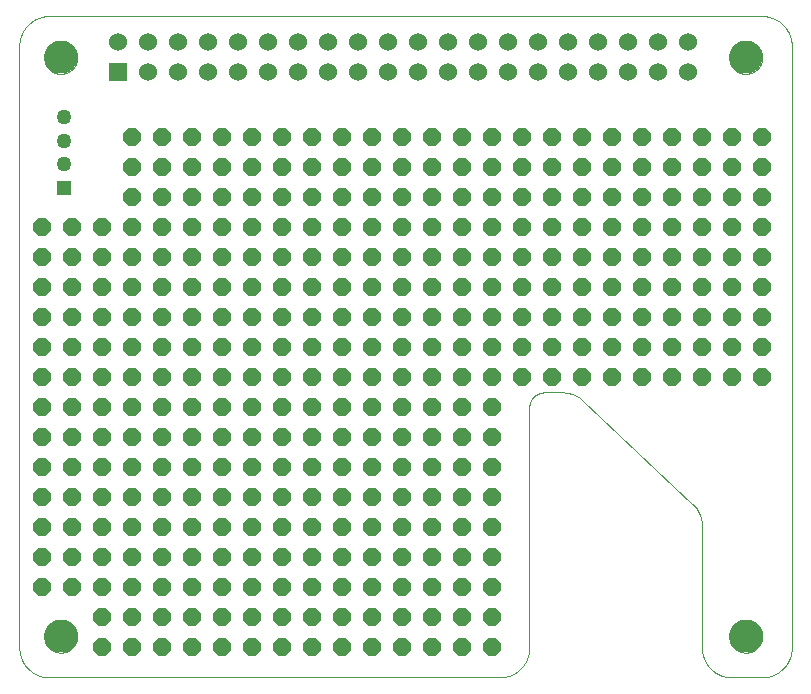
<source format=gts>
G75*
%MOIN*%
%OFA0B0*%
%FSLAX25Y25*%
%IPPOS*%
%LPD*%
%AMOC8*
5,1,8,0,0,1.08239X$1,22.5*
%
%ADD10C,0.00000*%
%ADD11C,0.11024*%
%ADD12R,0.06000X0.06000*%
%ADD13C,0.06000*%
%ADD14OC8,0.06000*%
%ADD15R,0.05000X0.05000*%
%ADD16C,0.05000*%
D10*
X0015000Y0022600D02*
X0165000Y0022600D01*
X0165242Y0022603D01*
X0165483Y0022612D01*
X0165724Y0022626D01*
X0165965Y0022647D01*
X0166205Y0022673D01*
X0166445Y0022705D01*
X0166684Y0022743D01*
X0166921Y0022786D01*
X0167158Y0022836D01*
X0167393Y0022891D01*
X0167627Y0022951D01*
X0167859Y0023018D01*
X0168090Y0023089D01*
X0168319Y0023167D01*
X0168546Y0023250D01*
X0168771Y0023338D01*
X0168994Y0023432D01*
X0169214Y0023531D01*
X0169432Y0023636D01*
X0169647Y0023745D01*
X0169860Y0023860D01*
X0170070Y0023980D01*
X0170276Y0024105D01*
X0170480Y0024235D01*
X0170681Y0024370D01*
X0170878Y0024510D01*
X0171072Y0024654D01*
X0171262Y0024803D01*
X0171448Y0024957D01*
X0171631Y0025115D01*
X0171810Y0025277D01*
X0171985Y0025444D01*
X0172156Y0025615D01*
X0172323Y0025790D01*
X0172485Y0025969D01*
X0172643Y0026152D01*
X0172797Y0026338D01*
X0172946Y0026528D01*
X0173090Y0026722D01*
X0173230Y0026919D01*
X0173365Y0027120D01*
X0173495Y0027324D01*
X0173620Y0027530D01*
X0173740Y0027740D01*
X0173855Y0027953D01*
X0173964Y0028168D01*
X0174069Y0028386D01*
X0174168Y0028606D01*
X0174262Y0028829D01*
X0174350Y0029054D01*
X0174433Y0029281D01*
X0174511Y0029510D01*
X0174582Y0029741D01*
X0174649Y0029973D01*
X0174709Y0030207D01*
X0174764Y0030442D01*
X0174814Y0030679D01*
X0174857Y0030916D01*
X0174895Y0031155D01*
X0174927Y0031395D01*
X0174953Y0031635D01*
X0174974Y0031876D01*
X0174988Y0032117D01*
X0174997Y0032358D01*
X0175000Y0032600D01*
X0175000Y0112600D01*
X0175002Y0112740D01*
X0175008Y0112880D01*
X0175018Y0113020D01*
X0175031Y0113160D01*
X0175049Y0113299D01*
X0175071Y0113438D01*
X0175096Y0113575D01*
X0175125Y0113713D01*
X0175158Y0113849D01*
X0175195Y0113984D01*
X0175236Y0114118D01*
X0175281Y0114251D01*
X0175329Y0114383D01*
X0175381Y0114513D01*
X0175436Y0114642D01*
X0175495Y0114769D01*
X0175558Y0114895D01*
X0175624Y0115019D01*
X0175693Y0115140D01*
X0175766Y0115260D01*
X0175843Y0115378D01*
X0175922Y0115493D01*
X0176005Y0115607D01*
X0176091Y0115717D01*
X0176180Y0115826D01*
X0176272Y0115932D01*
X0176367Y0116035D01*
X0176464Y0116136D01*
X0176565Y0116233D01*
X0176668Y0116328D01*
X0176774Y0116420D01*
X0176883Y0116509D01*
X0176993Y0116595D01*
X0177107Y0116678D01*
X0177222Y0116757D01*
X0177340Y0116834D01*
X0177460Y0116907D01*
X0177581Y0116976D01*
X0177705Y0117042D01*
X0177831Y0117105D01*
X0177958Y0117164D01*
X0178087Y0117219D01*
X0178217Y0117271D01*
X0178349Y0117319D01*
X0178482Y0117364D01*
X0178616Y0117405D01*
X0178751Y0117442D01*
X0178887Y0117475D01*
X0179025Y0117504D01*
X0179162Y0117529D01*
X0179301Y0117551D01*
X0179440Y0117569D01*
X0179580Y0117582D01*
X0179720Y0117592D01*
X0179860Y0117598D01*
X0180000Y0117600D01*
X0186034Y0117600D01*
X0192888Y0114882D02*
X0229354Y0080561D01*
X0232500Y0073279D02*
X0232500Y0032600D01*
X0232503Y0032358D01*
X0232512Y0032117D01*
X0232526Y0031876D01*
X0232547Y0031635D01*
X0232573Y0031395D01*
X0232605Y0031155D01*
X0232643Y0030916D01*
X0232686Y0030679D01*
X0232736Y0030442D01*
X0232791Y0030207D01*
X0232851Y0029973D01*
X0232918Y0029741D01*
X0232989Y0029510D01*
X0233067Y0029281D01*
X0233150Y0029054D01*
X0233238Y0028829D01*
X0233332Y0028606D01*
X0233431Y0028386D01*
X0233536Y0028168D01*
X0233645Y0027953D01*
X0233760Y0027740D01*
X0233880Y0027530D01*
X0234005Y0027324D01*
X0234135Y0027120D01*
X0234270Y0026919D01*
X0234410Y0026722D01*
X0234554Y0026528D01*
X0234703Y0026338D01*
X0234857Y0026152D01*
X0235015Y0025969D01*
X0235177Y0025790D01*
X0235344Y0025615D01*
X0235515Y0025444D01*
X0235690Y0025277D01*
X0235869Y0025115D01*
X0236052Y0024957D01*
X0236238Y0024803D01*
X0236428Y0024654D01*
X0236622Y0024510D01*
X0236819Y0024370D01*
X0237020Y0024235D01*
X0237224Y0024105D01*
X0237430Y0023980D01*
X0237640Y0023860D01*
X0237853Y0023745D01*
X0238068Y0023636D01*
X0238286Y0023531D01*
X0238506Y0023432D01*
X0238729Y0023338D01*
X0238954Y0023250D01*
X0239181Y0023167D01*
X0239410Y0023089D01*
X0239641Y0023018D01*
X0239873Y0022951D01*
X0240107Y0022891D01*
X0240342Y0022836D01*
X0240579Y0022786D01*
X0240816Y0022743D01*
X0241055Y0022705D01*
X0241295Y0022673D01*
X0241535Y0022647D01*
X0241776Y0022626D01*
X0242017Y0022612D01*
X0242258Y0022603D01*
X0242500Y0022600D01*
X0252421Y0022600D01*
X0252422Y0022600D02*
X0252664Y0022602D01*
X0252907Y0022610D01*
X0253149Y0022624D01*
X0253391Y0022643D01*
X0253632Y0022669D01*
X0253873Y0022700D01*
X0254112Y0022737D01*
X0254351Y0022780D01*
X0254589Y0022828D01*
X0254825Y0022882D01*
X0255060Y0022942D01*
X0255294Y0023008D01*
X0255526Y0023079D01*
X0255756Y0023156D01*
X0255984Y0023238D01*
X0256210Y0023326D01*
X0256434Y0023420D01*
X0256656Y0023518D01*
X0256875Y0023622D01*
X0257091Y0023732D01*
X0257305Y0023846D01*
X0257516Y0023966D01*
X0257724Y0024090D01*
X0257930Y0024220D01*
X0258131Y0024355D01*
X0258330Y0024494D01*
X0258525Y0024638D01*
X0258717Y0024787D01*
X0258904Y0024941D01*
X0259089Y0025099D01*
X0259269Y0025261D01*
X0259445Y0025428D01*
X0259617Y0025599D01*
X0259785Y0025774D01*
X0259949Y0025952D01*
X0260109Y0026135D01*
X0260263Y0026322D01*
X0260414Y0026512D01*
X0260560Y0026706D01*
X0260701Y0026904D01*
X0260837Y0027105D01*
X0260968Y0027309D01*
X0261094Y0027516D01*
X0261216Y0027726D01*
X0261332Y0027939D01*
X0261443Y0028155D01*
X0261548Y0028373D01*
X0261649Y0028594D01*
X0261744Y0028817D01*
X0261834Y0029042D01*
X0261918Y0029270D01*
X0261996Y0029499D01*
X0262069Y0029731D01*
X0262137Y0029964D01*
X0262199Y0030198D01*
X0262255Y0030434D01*
X0262305Y0030672D01*
X0262350Y0030910D01*
X0262389Y0031150D01*
X0262422Y0031390D01*
X0262449Y0031631D01*
X0262471Y0031873D01*
X0262486Y0032115D01*
X0262496Y0032357D01*
X0262500Y0032600D01*
X0262500Y0233100D01*
X0262496Y0233346D01*
X0262485Y0233592D01*
X0262469Y0233838D01*
X0262446Y0234083D01*
X0262418Y0234327D01*
X0262384Y0234571D01*
X0262343Y0234813D01*
X0262297Y0235055D01*
X0262245Y0235296D01*
X0262186Y0235535D01*
X0262123Y0235772D01*
X0262053Y0236008D01*
X0261977Y0236242D01*
X0261896Y0236475D01*
X0261809Y0236705D01*
X0261716Y0236933D01*
X0261618Y0237158D01*
X0261515Y0237382D01*
X0261405Y0237602D01*
X0261291Y0237820D01*
X0261171Y0238035D01*
X0261046Y0238247D01*
X0260916Y0238456D01*
X0260781Y0238661D01*
X0260640Y0238863D01*
X0260495Y0239062D01*
X0260345Y0239257D01*
X0260190Y0239448D01*
X0260031Y0239636D01*
X0259867Y0239819D01*
X0259699Y0239999D01*
X0259526Y0240174D01*
X0259349Y0240345D01*
X0259168Y0240511D01*
X0258982Y0240673D01*
X0258793Y0240831D01*
X0258600Y0240984D01*
X0258404Y0241132D01*
X0258204Y0241275D01*
X0258000Y0241413D01*
X0257793Y0241546D01*
X0257583Y0241674D01*
X0257369Y0241797D01*
X0257153Y0241914D01*
X0256934Y0242026D01*
X0256713Y0242133D01*
X0256488Y0242234D01*
X0256262Y0242330D01*
X0256033Y0242420D01*
X0255802Y0242505D01*
X0255568Y0242584D01*
X0255333Y0242657D01*
X0255097Y0242724D01*
X0254859Y0242785D01*
X0254619Y0242841D01*
X0254378Y0242891D01*
X0254136Y0242934D01*
X0253893Y0242972D01*
X0253649Y0243004D01*
X0253404Y0243030D01*
X0253159Y0243050D01*
X0252913Y0243063D01*
X0252667Y0243071D01*
X0252421Y0243073D01*
X0252421Y0243072D02*
X0015000Y0243072D01*
X0014758Y0243069D01*
X0014517Y0243060D01*
X0014276Y0243046D01*
X0014035Y0243025D01*
X0013795Y0242999D01*
X0013555Y0242967D01*
X0013316Y0242929D01*
X0013079Y0242886D01*
X0012842Y0242836D01*
X0012607Y0242781D01*
X0012373Y0242721D01*
X0012141Y0242654D01*
X0011910Y0242583D01*
X0011681Y0242505D01*
X0011454Y0242422D01*
X0011229Y0242334D01*
X0011006Y0242240D01*
X0010786Y0242141D01*
X0010568Y0242036D01*
X0010353Y0241927D01*
X0010140Y0241812D01*
X0009930Y0241692D01*
X0009724Y0241567D01*
X0009520Y0241437D01*
X0009319Y0241302D01*
X0009122Y0241162D01*
X0008928Y0241018D01*
X0008738Y0240869D01*
X0008552Y0240715D01*
X0008369Y0240557D01*
X0008190Y0240395D01*
X0008015Y0240228D01*
X0007844Y0240057D01*
X0007677Y0239882D01*
X0007515Y0239703D01*
X0007357Y0239520D01*
X0007203Y0239334D01*
X0007054Y0239144D01*
X0006910Y0238950D01*
X0006770Y0238753D01*
X0006635Y0238552D01*
X0006505Y0238348D01*
X0006380Y0238142D01*
X0006260Y0237932D01*
X0006145Y0237719D01*
X0006036Y0237504D01*
X0005931Y0237286D01*
X0005832Y0237066D01*
X0005738Y0236843D01*
X0005650Y0236618D01*
X0005567Y0236391D01*
X0005489Y0236162D01*
X0005418Y0235931D01*
X0005351Y0235699D01*
X0005291Y0235465D01*
X0005236Y0235230D01*
X0005186Y0234993D01*
X0005143Y0234756D01*
X0005105Y0234517D01*
X0005073Y0234277D01*
X0005047Y0234037D01*
X0005026Y0233796D01*
X0005012Y0233555D01*
X0005003Y0233314D01*
X0005000Y0233072D01*
X0005000Y0032600D01*
X0005003Y0032358D01*
X0005012Y0032117D01*
X0005026Y0031876D01*
X0005047Y0031635D01*
X0005073Y0031395D01*
X0005105Y0031155D01*
X0005143Y0030916D01*
X0005186Y0030679D01*
X0005236Y0030442D01*
X0005291Y0030207D01*
X0005351Y0029973D01*
X0005418Y0029741D01*
X0005489Y0029510D01*
X0005567Y0029281D01*
X0005650Y0029054D01*
X0005738Y0028829D01*
X0005832Y0028606D01*
X0005931Y0028386D01*
X0006036Y0028168D01*
X0006145Y0027953D01*
X0006260Y0027740D01*
X0006380Y0027530D01*
X0006505Y0027324D01*
X0006635Y0027120D01*
X0006770Y0026919D01*
X0006910Y0026722D01*
X0007054Y0026528D01*
X0007203Y0026338D01*
X0007357Y0026152D01*
X0007515Y0025969D01*
X0007677Y0025790D01*
X0007844Y0025615D01*
X0008015Y0025444D01*
X0008190Y0025277D01*
X0008369Y0025115D01*
X0008552Y0024957D01*
X0008738Y0024803D01*
X0008928Y0024654D01*
X0009122Y0024510D01*
X0009319Y0024370D01*
X0009520Y0024235D01*
X0009724Y0024105D01*
X0009930Y0023980D01*
X0010140Y0023860D01*
X0010353Y0023745D01*
X0010568Y0023636D01*
X0010786Y0023531D01*
X0011006Y0023432D01*
X0011229Y0023338D01*
X0011454Y0023250D01*
X0011681Y0023167D01*
X0011910Y0023089D01*
X0012141Y0023018D01*
X0012373Y0022951D01*
X0012607Y0022891D01*
X0012842Y0022836D01*
X0013079Y0022786D01*
X0013316Y0022743D01*
X0013555Y0022705D01*
X0013795Y0022673D01*
X0014035Y0022647D01*
X0014276Y0022626D01*
X0014517Y0022612D01*
X0014758Y0022603D01*
X0015000Y0022600D01*
X0013268Y0036380D02*
X0013270Y0036528D01*
X0013276Y0036676D01*
X0013286Y0036824D01*
X0013300Y0036971D01*
X0013318Y0037118D01*
X0013339Y0037264D01*
X0013365Y0037410D01*
X0013395Y0037555D01*
X0013428Y0037699D01*
X0013466Y0037842D01*
X0013507Y0037984D01*
X0013552Y0038125D01*
X0013600Y0038265D01*
X0013653Y0038404D01*
X0013709Y0038541D01*
X0013769Y0038676D01*
X0013832Y0038810D01*
X0013899Y0038942D01*
X0013970Y0039072D01*
X0014044Y0039200D01*
X0014121Y0039326D01*
X0014202Y0039450D01*
X0014286Y0039572D01*
X0014373Y0039691D01*
X0014464Y0039808D01*
X0014558Y0039923D01*
X0014654Y0040035D01*
X0014754Y0040145D01*
X0014856Y0040251D01*
X0014962Y0040355D01*
X0015070Y0040456D01*
X0015181Y0040554D01*
X0015294Y0040650D01*
X0015410Y0040742D01*
X0015528Y0040831D01*
X0015649Y0040916D01*
X0015772Y0040999D01*
X0015897Y0041078D01*
X0016024Y0041154D01*
X0016153Y0041226D01*
X0016284Y0041295D01*
X0016417Y0041360D01*
X0016552Y0041421D01*
X0016688Y0041479D01*
X0016825Y0041534D01*
X0016964Y0041584D01*
X0017105Y0041631D01*
X0017246Y0041674D01*
X0017389Y0041714D01*
X0017533Y0041749D01*
X0017677Y0041781D01*
X0017823Y0041808D01*
X0017969Y0041832D01*
X0018116Y0041852D01*
X0018263Y0041868D01*
X0018410Y0041880D01*
X0018558Y0041888D01*
X0018706Y0041892D01*
X0018854Y0041892D01*
X0019002Y0041888D01*
X0019150Y0041880D01*
X0019297Y0041868D01*
X0019444Y0041852D01*
X0019591Y0041832D01*
X0019737Y0041808D01*
X0019883Y0041781D01*
X0020027Y0041749D01*
X0020171Y0041714D01*
X0020314Y0041674D01*
X0020455Y0041631D01*
X0020596Y0041584D01*
X0020735Y0041534D01*
X0020872Y0041479D01*
X0021008Y0041421D01*
X0021143Y0041360D01*
X0021276Y0041295D01*
X0021407Y0041226D01*
X0021536Y0041154D01*
X0021663Y0041078D01*
X0021788Y0040999D01*
X0021911Y0040916D01*
X0022032Y0040831D01*
X0022150Y0040742D01*
X0022266Y0040650D01*
X0022379Y0040554D01*
X0022490Y0040456D01*
X0022598Y0040355D01*
X0022704Y0040251D01*
X0022806Y0040145D01*
X0022906Y0040035D01*
X0023002Y0039923D01*
X0023096Y0039808D01*
X0023187Y0039691D01*
X0023274Y0039572D01*
X0023358Y0039450D01*
X0023439Y0039326D01*
X0023516Y0039200D01*
X0023590Y0039072D01*
X0023661Y0038942D01*
X0023728Y0038810D01*
X0023791Y0038676D01*
X0023851Y0038541D01*
X0023907Y0038404D01*
X0023960Y0038265D01*
X0024008Y0038125D01*
X0024053Y0037984D01*
X0024094Y0037842D01*
X0024132Y0037699D01*
X0024165Y0037555D01*
X0024195Y0037410D01*
X0024221Y0037264D01*
X0024242Y0037118D01*
X0024260Y0036971D01*
X0024274Y0036824D01*
X0024284Y0036676D01*
X0024290Y0036528D01*
X0024292Y0036380D01*
X0024290Y0036232D01*
X0024284Y0036084D01*
X0024274Y0035936D01*
X0024260Y0035789D01*
X0024242Y0035642D01*
X0024221Y0035496D01*
X0024195Y0035350D01*
X0024165Y0035205D01*
X0024132Y0035061D01*
X0024094Y0034918D01*
X0024053Y0034776D01*
X0024008Y0034635D01*
X0023960Y0034495D01*
X0023907Y0034356D01*
X0023851Y0034219D01*
X0023791Y0034084D01*
X0023728Y0033950D01*
X0023661Y0033818D01*
X0023590Y0033688D01*
X0023516Y0033560D01*
X0023439Y0033434D01*
X0023358Y0033310D01*
X0023274Y0033188D01*
X0023187Y0033069D01*
X0023096Y0032952D01*
X0023002Y0032837D01*
X0022906Y0032725D01*
X0022806Y0032615D01*
X0022704Y0032509D01*
X0022598Y0032405D01*
X0022490Y0032304D01*
X0022379Y0032206D01*
X0022266Y0032110D01*
X0022150Y0032018D01*
X0022032Y0031929D01*
X0021911Y0031844D01*
X0021788Y0031761D01*
X0021663Y0031682D01*
X0021536Y0031606D01*
X0021407Y0031534D01*
X0021276Y0031465D01*
X0021143Y0031400D01*
X0021008Y0031339D01*
X0020872Y0031281D01*
X0020735Y0031226D01*
X0020596Y0031176D01*
X0020455Y0031129D01*
X0020314Y0031086D01*
X0020171Y0031046D01*
X0020027Y0031011D01*
X0019883Y0030979D01*
X0019737Y0030952D01*
X0019591Y0030928D01*
X0019444Y0030908D01*
X0019297Y0030892D01*
X0019150Y0030880D01*
X0019002Y0030872D01*
X0018854Y0030868D01*
X0018706Y0030868D01*
X0018558Y0030872D01*
X0018410Y0030880D01*
X0018263Y0030892D01*
X0018116Y0030908D01*
X0017969Y0030928D01*
X0017823Y0030952D01*
X0017677Y0030979D01*
X0017533Y0031011D01*
X0017389Y0031046D01*
X0017246Y0031086D01*
X0017105Y0031129D01*
X0016964Y0031176D01*
X0016825Y0031226D01*
X0016688Y0031281D01*
X0016552Y0031339D01*
X0016417Y0031400D01*
X0016284Y0031465D01*
X0016153Y0031534D01*
X0016024Y0031606D01*
X0015897Y0031682D01*
X0015772Y0031761D01*
X0015649Y0031844D01*
X0015528Y0031929D01*
X0015410Y0032018D01*
X0015294Y0032110D01*
X0015181Y0032206D01*
X0015070Y0032304D01*
X0014962Y0032405D01*
X0014856Y0032509D01*
X0014754Y0032615D01*
X0014654Y0032725D01*
X0014558Y0032837D01*
X0014464Y0032952D01*
X0014373Y0033069D01*
X0014286Y0033188D01*
X0014202Y0033310D01*
X0014121Y0033434D01*
X0014044Y0033560D01*
X0013970Y0033688D01*
X0013899Y0033818D01*
X0013832Y0033950D01*
X0013769Y0034084D01*
X0013709Y0034219D01*
X0013653Y0034356D01*
X0013600Y0034495D01*
X0013552Y0034635D01*
X0013507Y0034776D01*
X0013466Y0034918D01*
X0013428Y0035061D01*
X0013395Y0035205D01*
X0013365Y0035350D01*
X0013339Y0035496D01*
X0013318Y0035642D01*
X0013300Y0035789D01*
X0013286Y0035936D01*
X0013276Y0036084D01*
X0013270Y0036232D01*
X0013268Y0036380D01*
X0186034Y0117600D02*
X0186278Y0117597D01*
X0186521Y0117588D01*
X0186764Y0117573D01*
X0187007Y0117553D01*
X0187249Y0117526D01*
X0187490Y0117493D01*
X0187731Y0117455D01*
X0187970Y0117411D01*
X0188209Y0117361D01*
X0188446Y0117305D01*
X0188681Y0117243D01*
X0188916Y0117176D01*
X0189148Y0117103D01*
X0189378Y0117024D01*
X0189607Y0116940D01*
X0189833Y0116850D01*
X0190058Y0116755D01*
X0190279Y0116654D01*
X0190499Y0116548D01*
X0190715Y0116437D01*
X0190929Y0116320D01*
X0191140Y0116198D01*
X0191348Y0116071D01*
X0191553Y0115939D01*
X0191754Y0115802D01*
X0191952Y0115661D01*
X0192147Y0115514D01*
X0192338Y0115363D01*
X0192525Y0115207D01*
X0192708Y0115047D01*
X0192888Y0114882D01*
X0229354Y0080561D02*
X0229526Y0080395D01*
X0229695Y0080224D01*
X0229860Y0080049D01*
X0230020Y0079871D01*
X0230176Y0079689D01*
X0230327Y0079503D01*
X0230474Y0079313D01*
X0230617Y0079120D01*
X0230755Y0078924D01*
X0230888Y0078724D01*
X0231016Y0078521D01*
X0231139Y0078315D01*
X0231257Y0078107D01*
X0231371Y0077895D01*
X0231479Y0077681D01*
X0231582Y0077464D01*
X0231680Y0077245D01*
X0231772Y0077024D01*
X0231859Y0076800D01*
X0231941Y0076575D01*
X0232018Y0076348D01*
X0232088Y0076118D01*
X0232154Y0075887D01*
X0232214Y0075655D01*
X0232268Y0075421D01*
X0232316Y0075187D01*
X0232359Y0074950D01*
X0232397Y0074713D01*
X0232428Y0074476D01*
X0232454Y0074237D01*
X0232474Y0073998D01*
X0232488Y0073759D01*
X0232497Y0073519D01*
X0232500Y0073279D01*
X0241614Y0036380D02*
X0241616Y0036528D01*
X0241622Y0036676D01*
X0241632Y0036824D01*
X0241646Y0036971D01*
X0241664Y0037118D01*
X0241685Y0037264D01*
X0241711Y0037410D01*
X0241741Y0037555D01*
X0241774Y0037699D01*
X0241812Y0037842D01*
X0241853Y0037984D01*
X0241898Y0038125D01*
X0241946Y0038265D01*
X0241999Y0038404D01*
X0242055Y0038541D01*
X0242115Y0038676D01*
X0242178Y0038810D01*
X0242245Y0038942D01*
X0242316Y0039072D01*
X0242390Y0039200D01*
X0242467Y0039326D01*
X0242548Y0039450D01*
X0242632Y0039572D01*
X0242719Y0039691D01*
X0242810Y0039808D01*
X0242904Y0039923D01*
X0243000Y0040035D01*
X0243100Y0040145D01*
X0243202Y0040251D01*
X0243308Y0040355D01*
X0243416Y0040456D01*
X0243527Y0040554D01*
X0243640Y0040650D01*
X0243756Y0040742D01*
X0243874Y0040831D01*
X0243995Y0040916D01*
X0244118Y0040999D01*
X0244243Y0041078D01*
X0244370Y0041154D01*
X0244499Y0041226D01*
X0244630Y0041295D01*
X0244763Y0041360D01*
X0244898Y0041421D01*
X0245034Y0041479D01*
X0245171Y0041534D01*
X0245310Y0041584D01*
X0245451Y0041631D01*
X0245592Y0041674D01*
X0245735Y0041714D01*
X0245879Y0041749D01*
X0246023Y0041781D01*
X0246169Y0041808D01*
X0246315Y0041832D01*
X0246462Y0041852D01*
X0246609Y0041868D01*
X0246756Y0041880D01*
X0246904Y0041888D01*
X0247052Y0041892D01*
X0247200Y0041892D01*
X0247348Y0041888D01*
X0247496Y0041880D01*
X0247643Y0041868D01*
X0247790Y0041852D01*
X0247937Y0041832D01*
X0248083Y0041808D01*
X0248229Y0041781D01*
X0248373Y0041749D01*
X0248517Y0041714D01*
X0248660Y0041674D01*
X0248801Y0041631D01*
X0248942Y0041584D01*
X0249081Y0041534D01*
X0249218Y0041479D01*
X0249354Y0041421D01*
X0249489Y0041360D01*
X0249622Y0041295D01*
X0249753Y0041226D01*
X0249882Y0041154D01*
X0250009Y0041078D01*
X0250134Y0040999D01*
X0250257Y0040916D01*
X0250378Y0040831D01*
X0250496Y0040742D01*
X0250612Y0040650D01*
X0250725Y0040554D01*
X0250836Y0040456D01*
X0250944Y0040355D01*
X0251050Y0040251D01*
X0251152Y0040145D01*
X0251252Y0040035D01*
X0251348Y0039923D01*
X0251442Y0039808D01*
X0251533Y0039691D01*
X0251620Y0039572D01*
X0251704Y0039450D01*
X0251785Y0039326D01*
X0251862Y0039200D01*
X0251936Y0039072D01*
X0252007Y0038942D01*
X0252074Y0038810D01*
X0252137Y0038676D01*
X0252197Y0038541D01*
X0252253Y0038404D01*
X0252306Y0038265D01*
X0252354Y0038125D01*
X0252399Y0037984D01*
X0252440Y0037842D01*
X0252478Y0037699D01*
X0252511Y0037555D01*
X0252541Y0037410D01*
X0252567Y0037264D01*
X0252588Y0037118D01*
X0252606Y0036971D01*
X0252620Y0036824D01*
X0252630Y0036676D01*
X0252636Y0036528D01*
X0252638Y0036380D01*
X0252636Y0036232D01*
X0252630Y0036084D01*
X0252620Y0035936D01*
X0252606Y0035789D01*
X0252588Y0035642D01*
X0252567Y0035496D01*
X0252541Y0035350D01*
X0252511Y0035205D01*
X0252478Y0035061D01*
X0252440Y0034918D01*
X0252399Y0034776D01*
X0252354Y0034635D01*
X0252306Y0034495D01*
X0252253Y0034356D01*
X0252197Y0034219D01*
X0252137Y0034084D01*
X0252074Y0033950D01*
X0252007Y0033818D01*
X0251936Y0033688D01*
X0251862Y0033560D01*
X0251785Y0033434D01*
X0251704Y0033310D01*
X0251620Y0033188D01*
X0251533Y0033069D01*
X0251442Y0032952D01*
X0251348Y0032837D01*
X0251252Y0032725D01*
X0251152Y0032615D01*
X0251050Y0032509D01*
X0250944Y0032405D01*
X0250836Y0032304D01*
X0250725Y0032206D01*
X0250612Y0032110D01*
X0250496Y0032018D01*
X0250378Y0031929D01*
X0250257Y0031844D01*
X0250134Y0031761D01*
X0250009Y0031682D01*
X0249882Y0031606D01*
X0249753Y0031534D01*
X0249622Y0031465D01*
X0249489Y0031400D01*
X0249354Y0031339D01*
X0249218Y0031281D01*
X0249081Y0031226D01*
X0248942Y0031176D01*
X0248801Y0031129D01*
X0248660Y0031086D01*
X0248517Y0031046D01*
X0248373Y0031011D01*
X0248229Y0030979D01*
X0248083Y0030952D01*
X0247937Y0030928D01*
X0247790Y0030908D01*
X0247643Y0030892D01*
X0247496Y0030880D01*
X0247348Y0030872D01*
X0247200Y0030868D01*
X0247052Y0030868D01*
X0246904Y0030872D01*
X0246756Y0030880D01*
X0246609Y0030892D01*
X0246462Y0030908D01*
X0246315Y0030928D01*
X0246169Y0030952D01*
X0246023Y0030979D01*
X0245879Y0031011D01*
X0245735Y0031046D01*
X0245592Y0031086D01*
X0245451Y0031129D01*
X0245310Y0031176D01*
X0245171Y0031226D01*
X0245034Y0031281D01*
X0244898Y0031339D01*
X0244763Y0031400D01*
X0244630Y0031465D01*
X0244499Y0031534D01*
X0244370Y0031606D01*
X0244243Y0031682D01*
X0244118Y0031761D01*
X0243995Y0031844D01*
X0243874Y0031929D01*
X0243756Y0032018D01*
X0243640Y0032110D01*
X0243527Y0032206D01*
X0243416Y0032304D01*
X0243308Y0032405D01*
X0243202Y0032509D01*
X0243100Y0032615D01*
X0243000Y0032725D01*
X0242904Y0032837D01*
X0242810Y0032952D01*
X0242719Y0033069D01*
X0242632Y0033188D01*
X0242548Y0033310D01*
X0242467Y0033434D01*
X0242390Y0033560D01*
X0242316Y0033688D01*
X0242245Y0033818D01*
X0242178Y0033950D01*
X0242115Y0034084D01*
X0242055Y0034219D01*
X0241999Y0034356D01*
X0241946Y0034495D01*
X0241898Y0034635D01*
X0241853Y0034776D01*
X0241812Y0034918D01*
X0241774Y0035061D01*
X0241741Y0035205D01*
X0241711Y0035350D01*
X0241685Y0035496D01*
X0241664Y0035642D01*
X0241646Y0035789D01*
X0241632Y0035936D01*
X0241622Y0036084D01*
X0241616Y0036232D01*
X0241614Y0036380D01*
X0241614Y0229293D02*
X0241616Y0229441D01*
X0241622Y0229589D01*
X0241632Y0229737D01*
X0241646Y0229884D01*
X0241664Y0230031D01*
X0241685Y0230177D01*
X0241711Y0230323D01*
X0241741Y0230468D01*
X0241774Y0230612D01*
X0241812Y0230755D01*
X0241853Y0230897D01*
X0241898Y0231038D01*
X0241946Y0231178D01*
X0241999Y0231317D01*
X0242055Y0231454D01*
X0242115Y0231589D01*
X0242178Y0231723D01*
X0242245Y0231855D01*
X0242316Y0231985D01*
X0242390Y0232113D01*
X0242467Y0232239D01*
X0242548Y0232363D01*
X0242632Y0232485D01*
X0242719Y0232604D01*
X0242810Y0232721D01*
X0242904Y0232836D01*
X0243000Y0232948D01*
X0243100Y0233058D01*
X0243202Y0233164D01*
X0243308Y0233268D01*
X0243416Y0233369D01*
X0243527Y0233467D01*
X0243640Y0233563D01*
X0243756Y0233655D01*
X0243874Y0233744D01*
X0243995Y0233829D01*
X0244118Y0233912D01*
X0244243Y0233991D01*
X0244370Y0234067D01*
X0244499Y0234139D01*
X0244630Y0234208D01*
X0244763Y0234273D01*
X0244898Y0234334D01*
X0245034Y0234392D01*
X0245171Y0234447D01*
X0245310Y0234497D01*
X0245451Y0234544D01*
X0245592Y0234587D01*
X0245735Y0234627D01*
X0245879Y0234662D01*
X0246023Y0234694D01*
X0246169Y0234721D01*
X0246315Y0234745D01*
X0246462Y0234765D01*
X0246609Y0234781D01*
X0246756Y0234793D01*
X0246904Y0234801D01*
X0247052Y0234805D01*
X0247200Y0234805D01*
X0247348Y0234801D01*
X0247496Y0234793D01*
X0247643Y0234781D01*
X0247790Y0234765D01*
X0247937Y0234745D01*
X0248083Y0234721D01*
X0248229Y0234694D01*
X0248373Y0234662D01*
X0248517Y0234627D01*
X0248660Y0234587D01*
X0248801Y0234544D01*
X0248942Y0234497D01*
X0249081Y0234447D01*
X0249218Y0234392D01*
X0249354Y0234334D01*
X0249489Y0234273D01*
X0249622Y0234208D01*
X0249753Y0234139D01*
X0249882Y0234067D01*
X0250009Y0233991D01*
X0250134Y0233912D01*
X0250257Y0233829D01*
X0250378Y0233744D01*
X0250496Y0233655D01*
X0250612Y0233563D01*
X0250725Y0233467D01*
X0250836Y0233369D01*
X0250944Y0233268D01*
X0251050Y0233164D01*
X0251152Y0233058D01*
X0251252Y0232948D01*
X0251348Y0232836D01*
X0251442Y0232721D01*
X0251533Y0232604D01*
X0251620Y0232485D01*
X0251704Y0232363D01*
X0251785Y0232239D01*
X0251862Y0232113D01*
X0251936Y0231985D01*
X0252007Y0231855D01*
X0252074Y0231723D01*
X0252137Y0231589D01*
X0252197Y0231454D01*
X0252253Y0231317D01*
X0252306Y0231178D01*
X0252354Y0231038D01*
X0252399Y0230897D01*
X0252440Y0230755D01*
X0252478Y0230612D01*
X0252511Y0230468D01*
X0252541Y0230323D01*
X0252567Y0230177D01*
X0252588Y0230031D01*
X0252606Y0229884D01*
X0252620Y0229737D01*
X0252630Y0229589D01*
X0252636Y0229441D01*
X0252638Y0229293D01*
X0252636Y0229145D01*
X0252630Y0228997D01*
X0252620Y0228849D01*
X0252606Y0228702D01*
X0252588Y0228555D01*
X0252567Y0228409D01*
X0252541Y0228263D01*
X0252511Y0228118D01*
X0252478Y0227974D01*
X0252440Y0227831D01*
X0252399Y0227689D01*
X0252354Y0227548D01*
X0252306Y0227408D01*
X0252253Y0227269D01*
X0252197Y0227132D01*
X0252137Y0226997D01*
X0252074Y0226863D01*
X0252007Y0226731D01*
X0251936Y0226601D01*
X0251862Y0226473D01*
X0251785Y0226347D01*
X0251704Y0226223D01*
X0251620Y0226101D01*
X0251533Y0225982D01*
X0251442Y0225865D01*
X0251348Y0225750D01*
X0251252Y0225638D01*
X0251152Y0225528D01*
X0251050Y0225422D01*
X0250944Y0225318D01*
X0250836Y0225217D01*
X0250725Y0225119D01*
X0250612Y0225023D01*
X0250496Y0224931D01*
X0250378Y0224842D01*
X0250257Y0224757D01*
X0250134Y0224674D01*
X0250009Y0224595D01*
X0249882Y0224519D01*
X0249753Y0224447D01*
X0249622Y0224378D01*
X0249489Y0224313D01*
X0249354Y0224252D01*
X0249218Y0224194D01*
X0249081Y0224139D01*
X0248942Y0224089D01*
X0248801Y0224042D01*
X0248660Y0223999D01*
X0248517Y0223959D01*
X0248373Y0223924D01*
X0248229Y0223892D01*
X0248083Y0223865D01*
X0247937Y0223841D01*
X0247790Y0223821D01*
X0247643Y0223805D01*
X0247496Y0223793D01*
X0247348Y0223785D01*
X0247200Y0223781D01*
X0247052Y0223781D01*
X0246904Y0223785D01*
X0246756Y0223793D01*
X0246609Y0223805D01*
X0246462Y0223821D01*
X0246315Y0223841D01*
X0246169Y0223865D01*
X0246023Y0223892D01*
X0245879Y0223924D01*
X0245735Y0223959D01*
X0245592Y0223999D01*
X0245451Y0224042D01*
X0245310Y0224089D01*
X0245171Y0224139D01*
X0245034Y0224194D01*
X0244898Y0224252D01*
X0244763Y0224313D01*
X0244630Y0224378D01*
X0244499Y0224447D01*
X0244370Y0224519D01*
X0244243Y0224595D01*
X0244118Y0224674D01*
X0243995Y0224757D01*
X0243874Y0224842D01*
X0243756Y0224931D01*
X0243640Y0225023D01*
X0243527Y0225119D01*
X0243416Y0225217D01*
X0243308Y0225318D01*
X0243202Y0225422D01*
X0243100Y0225528D01*
X0243000Y0225638D01*
X0242904Y0225750D01*
X0242810Y0225865D01*
X0242719Y0225982D01*
X0242632Y0226101D01*
X0242548Y0226223D01*
X0242467Y0226347D01*
X0242390Y0226473D01*
X0242316Y0226601D01*
X0242245Y0226731D01*
X0242178Y0226863D01*
X0242115Y0226997D01*
X0242055Y0227132D01*
X0241999Y0227269D01*
X0241946Y0227408D01*
X0241898Y0227548D01*
X0241853Y0227689D01*
X0241812Y0227831D01*
X0241774Y0227974D01*
X0241741Y0228118D01*
X0241711Y0228263D01*
X0241685Y0228409D01*
X0241664Y0228555D01*
X0241646Y0228702D01*
X0241632Y0228849D01*
X0241622Y0228997D01*
X0241616Y0229145D01*
X0241614Y0229293D01*
X0013268Y0229293D02*
X0013270Y0229441D01*
X0013276Y0229589D01*
X0013286Y0229737D01*
X0013300Y0229884D01*
X0013318Y0230031D01*
X0013339Y0230177D01*
X0013365Y0230323D01*
X0013395Y0230468D01*
X0013428Y0230612D01*
X0013466Y0230755D01*
X0013507Y0230897D01*
X0013552Y0231038D01*
X0013600Y0231178D01*
X0013653Y0231317D01*
X0013709Y0231454D01*
X0013769Y0231589D01*
X0013832Y0231723D01*
X0013899Y0231855D01*
X0013970Y0231985D01*
X0014044Y0232113D01*
X0014121Y0232239D01*
X0014202Y0232363D01*
X0014286Y0232485D01*
X0014373Y0232604D01*
X0014464Y0232721D01*
X0014558Y0232836D01*
X0014654Y0232948D01*
X0014754Y0233058D01*
X0014856Y0233164D01*
X0014962Y0233268D01*
X0015070Y0233369D01*
X0015181Y0233467D01*
X0015294Y0233563D01*
X0015410Y0233655D01*
X0015528Y0233744D01*
X0015649Y0233829D01*
X0015772Y0233912D01*
X0015897Y0233991D01*
X0016024Y0234067D01*
X0016153Y0234139D01*
X0016284Y0234208D01*
X0016417Y0234273D01*
X0016552Y0234334D01*
X0016688Y0234392D01*
X0016825Y0234447D01*
X0016964Y0234497D01*
X0017105Y0234544D01*
X0017246Y0234587D01*
X0017389Y0234627D01*
X0017533Y0234662D01*
X0017677Y0234694D01*
X0017823Y0234721D01*
X0017969Y0234745D01*
X0018116Y0234765D01*
X0018263Y0234781D01*
X0018410Y0234793D01*
X0018558Y0234801D01*
X0018706Y0234805D01*
X0018854Y0234805D01*
X0019002Y0234801D01*
X0019150Y0234793D01*
X0019297Y0234781D01*
X0019444Y0234765D01*
X0019591Y0234745D01*
X0019737Y0234721D01*
X0019883Y0234694D01*
X0020027Y0234662D01*
X0020171Y0234627D01*
X0020314Y0234587D01*
X0020455Y0234544D01*
X0020596Y0234497D01*
X0020735Y0234447D01*
X0020872Y0234392D01*
X0021008Y0234334D01*
X0021143Y0234273D01*
X0021276Y0234208D01*
X0021407Y0234139D01*
X0021536Y0234067D01*
X0021663Y0233991D01*
X0021788Y0233912D01*
X0021911Y0233829D01*
X0022032Y0233744D01*
X0022150Y0233655D01*
X0022266Y0233563D01*
X0022379Y0233467D01*
X0022490Y0233369D01*
X0022598Y0233268D01*
X0022704Y0233164D01*
X0022806Y0233058D01*
X0022906Y0232948D01*
X0023002Y0232836D01*
X0023096Y0232721D01*
X0023187Y0232604D01*
X0023274Y0232485D01*
X0023358Y0232363D01*
X0023439Y0232239D01*
X0023516Y0232113D01*
X0023590Y0231985D01*
X0023661Y0231855D01*
X0023728Y0231723D01*
X0023791Y0231589D01*
X0023851Y0231454D01*
X0023907Y0231317D01*
X0023960Y0231178D01*
X0024008Y0231038D01*
X0024053Y0230897D01*
X0024094Y0230755D01*
X0024132Y0230612D01*
X0024165Y0230468D01*
X0024195Y0230323D01*
X0024221Y0230177D01*
X0024242Y0230031D01*
X0024260Y0229884D01*
X0024274Y0229737D01*
X0024284Y0229589D01*
X0024290Y0229441D01*
X0024292Y0229293D01*
X0024290Y0229145D01*
X0024284Y0228997D01*
X0024274Y0228849D01*
X0024260Y0228702D01*
X0024242Y0228555D01*
X0024221Y0228409D01*
X0024195Y0228263D01*
X0024165Y0228118D01*
X0024132Y0227974D01*
X0024094Y0227831D01*
X0024053Y0227689D01*
X0024008Y0227548D01*
X0023960Y0227408D01*
X0023907Y0227269D01*
X0023851Y0227132D01*
X0023791Y0226997D01*
X0023728Y0226863D01*
X0023661Y0226731D01*
X0023590Y0226601D01*
X0023516Y0226473D01*
X0023439Y0226347D01*
X0023358Y0226223D01*
X0023274Y0226101D01*
X0023187Y0225982D01*
X0023096Y0225865D01*
X0023002Y0225750D01*
X0022906Y0225638D01*
X0022806Y0225528D01*
X0022704Y0225422D01*
X0022598Y0225318D01*
X0022490Y0225217D01*
X0022379Y0225119D01*
X0022266Y0225023D01*
X0022150Y0224931D01*
X0022032Y0224842D01*
X0021911Y0224757D01*
X0021788Y0224674D01*
X0021663Y0224595D01*
X0021536Y0224519D01*
X0021407Y0224447D01*
X0021276Y0224378D01*
X0021143Y0224313D01*
X0021008Y0224252D01*
X0020872Y0224194D01*
X0020735Y0224139D01*
X0020596Y0224089D01*
X0020455Y0224042D01*
X0020314Y0223999D01*
X0020171Y0223959D01*
X0020027Y0223924D01*
X0019883Y0223892D01*
X0019737Y0223865D01*
X0019591Y0223841D01*
X0019444Y0223821D01*
X0019297Y0223805D01*
X0019150Y0223793D01*
X0019002Y0223785D01*
X0018854Y0223781D01*
X0018706Y0223781D01*
X0018558Y0223785D01*
X0018410Y0223793D01*
X0018263Y0223805D01*
X0018116Y0223821D01*
X0017969Y0223841D01*
X0017823Y0223865D01*
X0017677Y0223892D01*
X0017533Y0223924D01*
X0017389Y0223959D01*
X0017246Y0223999D01*
X0017105Y0224042D01*
X0016964Y0224089D01*
X0016825Y0224139D01*
X0016688Y0224194D01*
X0016552Y0224252D01*
X0016417Y0224313D01*
X0016284Y0224378D01*
X0016153Y0224447D01*
X0016024Y0224519D01*
X0015897Y0224595D01*
X0015772Y0224674D01*
X0015649Y0224757D01*
X0015528Y0224842D01*
X0015410Y0224931D01*
X0015294Y0225023D01*
X0015181Y0225119D01*
X0015070Y0225217D01*
X0014962Y0225318D01*
X0014856Y0225422D01*
X0014754Y0225528D01*
X0014654Y0225638D01*
X0014558Y0225750D01*
X0014464Y0225865D01*
X0014373Y0225982D01*
X0014286Y0226101D01*
X0014202Y0226223D01*
X0014121Y0226347D01*
X0014044Y0226473D01*
X0013970Y0226601D01*
X0013899Y0226731D01*
X0013832Y0226863D01*
X0013769Y0226997D01*
X0013709Y0227132D01*
X0013653Y0227269D01*
X0013600Y0227408D01*
X0013552Y0227548D01*
X0013507Y0227689D01*
X0013466Y0227831D01*
X0013428Y0227974D01*
X0013395Y0228118D01*
X0013365Y0228263D01*
X0013339Y0228409D01*
X0013318Y0228555D01*
X0013300Y0228702D01*
X0013286Y0228849D01*
X0013276Y0228997D01*
X0013270Y0229145D01*
X0013268Y0229293D01*
D11*
X0018780Y0229293D03*
X0247126Y0229293D03*
X0247126Y0036380D03*
X0018780Y0036380D03*
D12*
X0037953Y0224293D03*
D13*
X0047900Y0224300D03*
X0057900Y0224300D03*
X0067900Y0224300D03*
X0077900Y0224300D03*
X0087900Y0224300D03*
X0097900Y0224300D03*
X0107900Y0224300D03*
X0117900Y0224300D03*
X0127900Y0224300D03*
X0137900Y0224300D03*
X0147900Y0224300D03*
X0157900Y0224300D03*
X0167900Y0224300D03*
X0177900Y0224300D03*
X0187900Y0224300D03*
X0197900Y0224300D03*
X0207900Y0224300D03*
X0217900Y0224300D03*
X0227900Y0224300D03*
X0227900Y0234300D03*
X0217900Y0234300D03*
X0207900Y0234300D03*
X0197900Y0234300D03*
X0187900Y0234300D03*
X0177900Y0234300D03*
X0167900Y0234300D03*
X0157900Y0234300D03*
X0147900Y0234300D03*
X0137900Y0234300D03*
X0127900Y0234300D03*
X0117900Y0234300D03*
X0107900Y0234300D03*
X0097900Y0234300D03*
X0087900Y0234300D03*
X0077900Y0234300D03*
X0067900Y0234300D03*
X0057900Y0234300D03*
X0047900Y0234300D03*
X0037900Y0234300D03*
D14*
X0042500Y0202600D03*
X0052500Y0202600D03*
X0062500Y0202600D03*
X0072500Y0202600D03*
X0082500Y0202600D03*
X0092500Y0202600D03*
X0102500Y0202600D03*
X0112500Y0202600D03*
X0122500Y0202600D03*
X0132500Y0202600D03*
X0142500Y0202600D03*
X0152500Y0202600D03*
X0162500Y0202600D03*
X0172500Y0202600D03*
X0182500Y0202600D03*
X0192500Y0202600D03*
X0202500Y0202600D03*
X0212500Y0202600D03*
X0222500Y0202600D03*
X0232500Y0202600D03*
X0242500Y0202600D03*
X0252500Y0202600D03*
X0252500Y0192600D03*
X0242500Y0192600D03*
X0232500Y0192600D03*
X0222500Y0192600D03*
X0212500Y0192600D03*
X0202500Y0192600D03*
X0192500Y0192600D03*
X0182500Y0192600D03*
X0172500Y0192600D03*
X0162500Y0192600D03*
X0152500Y0192600D03*
X0142500Y0192600D03*
X0132500Y0192600D03*
X0122500Y0192600D03*
X0112500Y0192600D03*
X0102500Y0192600D03*
X0092500Y0192600D03*
X0082500Y0192600D03*
X0072500Y0192600D03*
X0062500Y0192600D03*
X0052500Y0192600D03*
X0042500Y0192600D03*
X0042500Y0182600D03*
X0052500Y0182600D03*
X0062500Y0182600D03*
X0072500Y0182600D03*
X0082500Y0182600D03*
X0092500Y0182600D03*
X0102500Y0182600D03*
X0112500Y0182600D03*
X0122500Y0182600D03*
X0132500Y0182600D03*
X0142500Y0182600D03*
X0152500Y0182600D03*
X0162500Y0182600D03*
X0172500Y0182600D03*
X0182500Y0182600D03*
X0192500Y0182600D03*
X0202500Y0182600D03*
X0212500Y0182600D03*
X0222500Y0182600D03*
X0232500Y0182600D03*
X0242500Y0182600D03*
X0252500Y0182600D03*
X0252500Y0172600D03*
X0242500Y0172600D03*
X0232500Y0172600D03*
X0222500Y0172600D03*
X0212500Y0172600D03*
X0202500Y0172600D03*
X0192500Y0172600D03*
X0182500Y0172600D03*
X0172500Y0172600D03*
X0162500Y0172600D03*
X0152500Y0172600D03*
X0142500Y0172600D03*
X0132500Y0172600D03*
X0122500Y0172600D03*
X0112500Y0172600D03*
X0102500Y0172600D03*
X0092500Y0172600D03*
X0082500Y0172600D03*
X0072500Y0172600D03*
X0062500Y0172600D03*
X0052500Y0172600D03*
X0042500Y0172600D03*
X0032500Y0172600D03*
X0022500Y0172600D03*
X0012500Y0172600D03*
X0012500Y0162600D03*
X0022500Y0162600D03*
X0032500Y0162600D03*
X0042500Y0162600D03*
X0052500Y0162600D03*
X0062500Y0162600D03*
X0072500Y0162600D03*
X0082500Y0162600D03*
X0092500Y0162600D03*
X0102500Y0162600D03*
X0112500Y0162600D03*
X0122500Y0162600D03*
X0132500Y0162600D03*
X0142500Y0162600D03*
X0152500Y0162600D03*
X0162500Y0162600D03*
X0172500Y0162600D03*
X0182500Y0162600D03*
X0192500Y0162600D03*
X0202500Y0162600D03*
X0212500Y0162600D03*
X0222500Y0162600D03*
X0232500Y0162600D03*
X0242500Y0162600D03*
X0252500Y0162600D03*
X0252500Y0152600D03*
X0242500Y0152600D03*
X0232500Y0152600D03*
X0222500Y0152600D03*
X0212500Y0152600D03*
X0202500Y0152600D03*
X0192500Y0152600D03*
X0182500Y0152600D03*
X0172500Y0152600D03*
X0162500Y0152600D03*
X0152500Y0152600D03*
X0142500Y0152600D03*
X0132500Y0152600D03*
X0122500Y0152600D03*
X0112500Y0152600D03*
X0102500Y0152600D03*
X0092500Y0152600D03*
X0082500Y0152600D03*
X0072500Y0152600D03*
X0062500Y0152600D03*
X0052500Y0152600D03*
X0042500Y0152600D03*
X0032500Y0152600D03*
X0022500Y0152600D03*
X0012500Y0152600D03*
X0012500Y0142600D03*
X0022500Y0142600D03*
X0032500Y0142600D03*
X0042500Y0142600D03*
X0052500Y0142600D03*
X0062500Y0142600D03*
X0072500Y0142600D03*
X0082500Y0142600D03*
X0092500Y0142600D03*
X0102500Y0142600D03*
X0112500Y0142600D03*
X0122500Y0142600D03*
X0132500Y0142600D03*
X0142500Y0142600D03*
X0152500Y0142600D03*
X0162500Y0142600D03*
X0172500Y0142600D03*
X0182500Y0142600D03*
X0192500Y0142600D03*
X0202500Y0142600D03*
X0212500Y0142600D03*
X0222500Y0142600D03*
X0232500Y0142600D03*
X0242500Y0142600D03*
X0252500Y0142600D03*
X0252500Y0132600D03*
X0242500Y0132600D03*
X0232500Y0132600D03*
X0222500Y0132600D03*
X0212500Y0132600D03*
X0202500Y0132600D03*
X0192500Y0132600D03*
X0182500Y0132600D03*
X0172500Y0132600D03*
X0162500Y0132600D03*
X0152500Y0132600D03*
X0142500Y0132600D03*
X0132500Y0132600D03*
X0122500Y0132600D03*
X0112500Y0132600D03*
X0102500Y0132600D03*
X0092500Y0132600D03*
X0082500Y0132600D03*
X0072500Y0132600D03*
X0062500Y0132600D03*
X0052500Y0132600D03*
X0042500Y0132600D03*
X0032500Y0132600D03*
X0022500Y0132600D03*
X0012500Y0132600D03*
X0012500Y0122600D03*
X0022500Y0122600D03*
X0032500Y0122600D03*
X0042500Y0122600D03*
X0052500Y0122600D03*
X0062500Y0122600D03*
X0072500Y0122600D03*
X0082500Y0122600D03*
X0092500Y0122600D03*
X0102500Y0122600D03*
X0112500Y0122600D03*
X0122500Y0122600D03*
X0132500Y0122600D03*
X0142500Y0122600D03*
X0152500Y0122600D03*
X0162500Y0122600D03*
X0172500Y0122600D03*
X0182500Y0122600D03*
X0192500Y0122600D03*
X0202500Y0122600D03*
X0212500Y0122600D03*
X0222500Y0122600D03*
X0232500Y0122600D03*
X0242500Y0122600D03*
X0252500Y0122600D03*
X0162500Y0112600D03*
X0152500Y0112600D03*
X0142500Y0112600D03*
X0132500Y0112600D03*
X0122500Y0112600D03*
X0112500Y0112600D03*
X0102500Y0112600D03*
X0092500Y0112600D03*
X0082500Y0112600D03*
X0072500Y0112600D03*
X0062500Y0112600D03*
X0052500Y0112600D03*
X0042500Y0112600D03*
X0032500Y0112600D03*
X0022500Y0112600D03*
X0012500Y0112600D03*
X0012500Y0102600D03*
X0022500Y0102600D03*
X0032500Y0102600D03*
X0042500Y0102600D03*
X0052500Y0102600D03*
X0062500Y0102600D03*
X0072500Y0102600D03*
X0082500Y0102600D03*
X0092500Y0102600D03*
X0102500Y0102600D03*
X0112500Y0102600D03*
X0122500Y0102600D03*
X0132500Y0102600D03*
X0142500Y0102600D03*
X0152500Y0102600D03*
X0162500Y0102600D03*
X0162500Y0092600D03*
X0152500Y0092600D03*
X0142500Y0092600D03*
X0132500Y0092600D03*
X0122500Y0092600D03*
X0112500Y0092600D03*
X0102500Y0092600D03*
X0092500Y0092600D03*
X0082500Y0092600D03*
X0072500Y0092600D03*
X0062500Y0092600D03*
X0052500Y0092600D03*
X0042500Y0092600D03*
X0032500Y0092600D03*
X0022500Y0092600D03*
X0012500Y0092600D03*
X0012500Y0082600D03*
X0022500Y0082600D03*
X0032500Y0082600D03*
X0042500Y0082600D03*
X0052500Y0082600D03*
X0062500Y0082600D03*
X0072500Y0082600D03*
X0082500Y0082600D03*
X0092500Y0082600D03*
X0102500Y0082600D03*
X0112500Y0082600D03*
X0122500Y0082600D03*
X0132500Y0082600D03*
X0142500Y0082600D03*
X0152500Y0082600D03*
X0162500Y0082600D03*
X0162500Y0072600D03*
X0152500Y0072600D03*
X0142500Y0072600D03*
X0132500Y0072600D03*
X0122500Y0072600D03*
X0112500Y0072600D03*
X0102500Y0072600D03*
X0092500Y0072600D03*
X0082500Y0072600D03*
X0072500Y0072600D03*
X0062500Y0072600D03*
X0052500Y0072600D03*
X0042500Y0072600D03*
X0032500Y0072600D03*
X0022500Y0072600D03*
X0012500Y0072600D03*
X0012500Y0062600D03*
X0022500Y0062600D03*
X0032500Y0062600D03*
X0042500Y0062600D03*
X0052500Y0062600D03*
X0062500Y0062600D03*
X0072500Y0062600D03*
X0082500Y0062600D03*
X0092500Y0062600D03*
X0102500Y0062600D03*
X0112500Y0062600D03*
X0122500Y0062600D03*
X0132500Y0062600D03*
X0142500Y0062600D03*
X0152500Y0062600D03*
X0162500Y0062600D03*
X0162500Y0052600D03*
X0152500Y0052600D03*
X0142500Y0052600D03*
X0132500Y0052600D03*
X0122500Y0052600D03*
X0112500Y0052600D03*
X0102500Y0052600D03*
X0092500Y0052600D03*
X0082500Y0052600D03*
X0072500Y0052600D03*
X0062500Y0052600D03*
X0052500Y0052600D03*
X0042500Y0052600D03*
X0032500Y0052600D03*
X0022500Y0052600D03*
X0012500Y0052600D03*
X0032500Y0042600D03*
X0042500Y0042600D03*
X0052500Y0042600D03*
X0062500Y0042600D03*
X0072500Y0042600D03*
X0082500Y0042600D03*
X0092500Y0042600D03*
X0102500Y0042600D03*
X0112500Y0042600D03*
X0122500Y0042600D03*
X0132500Y0042600D03*
X0142500Y0042600D03*
X0152500Y0042600D03*
X0162500Y0042600D03*
X0162500Y0032600D03*
X0152500Y0032600D03*
X0142500Y0032600D03*
X0132500Y0032600D03*
X0122500Y0032600D03*
X0112500Y0032600D03*
X0102500Y0032600D03*
X0092500Y0032600D03*
X0082500Y0032600D03*
X0072500Y0032600D03*
X0062500Y0032600D03*
X0052500Y0032600D03*
X0042500Y0032600D03*
X0032500Y0032600D03*
D15*
X0020000Y0185789D03*
D16*
X0020000Y0193663D03*
X0020000Y0201537D03*
X0020000Y0209411D03*
M02*

</source>
